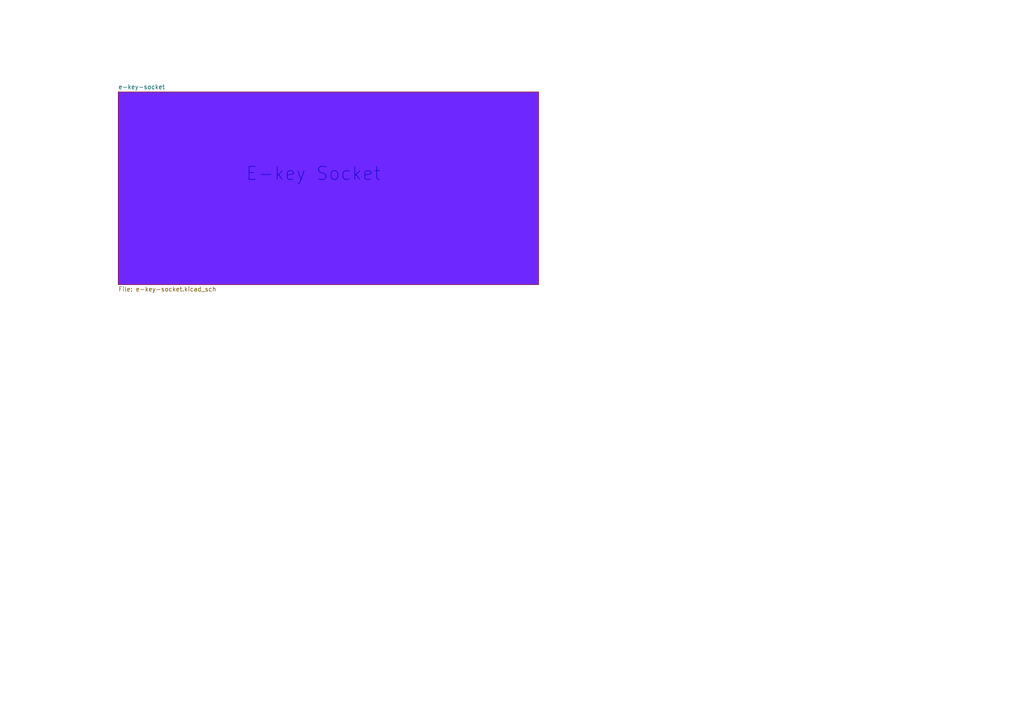
<source format=kicad_sch>
(kicad_sch
	(version 20231120)
	(generator "eeschema")
	(generator_version "8.0")
	(uuid "c124244a-3c1c-475d-932f-950445d8391e")
	(paper "A4")
	(title_block
		(title "E-Key-Socket")
		(date "18 Nove 2024")
		(rev "2")
		(company "Abstract Machines")
		(comment 1 "Drawn By: Jeff Mboya")
		(comment 2 "Approved By:")
	)
	(lib_symbols)
	(text "E-key Socket"
		(exclude_from_sim no)
		(at 90.932 50.546 0)
		(effects
			(font
				(size 3.81 3.81)
			)
		)
		(uuid "0b8a833c-f4a8-46ff-ab1d-43aca1a65033")
	)
	(sheet
		(at 34.29 26.67)
		(size 121.92 55.88)
		(fields_autoplaced yes)
		(stroke
			(width 0.1524)
			(type solid)
		)
		(fill
			(color 110 39 255 1.0000)
		)
		(uuid "10804591-8ca0-4971-bd60-3851aa5ed597")
		(property "Sheetname" "e-key-socket"
			(at 34.29 25.9584 0)
			(effects
				(font
					(size 1.27 1.27)
				)
				(justify left bottom)
			)
		)
		(property "Sheetfile" "e-key-socket.kicad_sch"
			(at 34.29 83.1346 0)
			(effects
				(font
					(size 1.27 1.27)
				)
				(justify left top)
			)
		)
		(instances
			(project "e-key-slot"
				(path "/c124244a-3c1c-475d-932f-950445d8391e"
					(page "4")
				)
			)
		)
	)
	(sheet_instances
		(path "/"
			(page "1")
		)
	)
)

</source>
